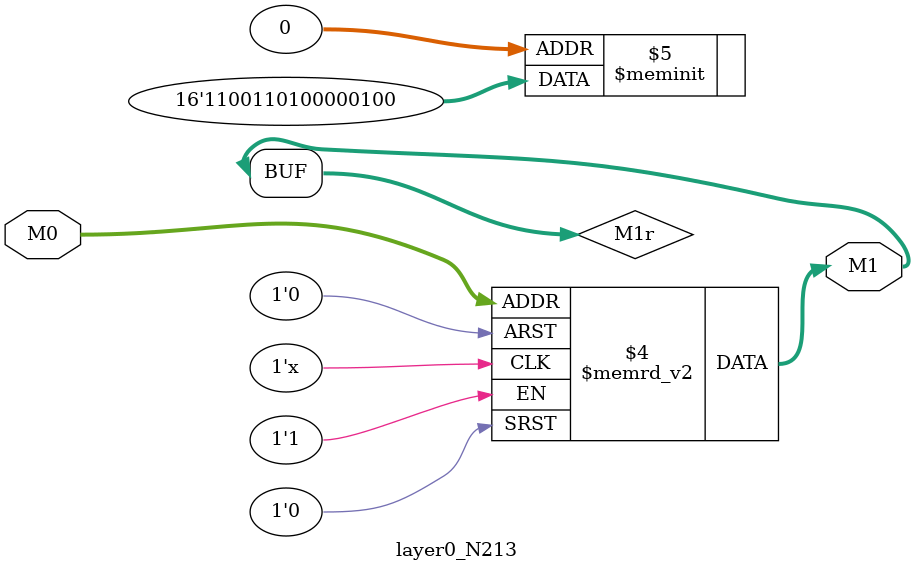
<source format=v>
module layer0_N213 ( input [2:0] M0, output [1:0] M1 );

	(*rom_style = "distributed" *) reg [1:0] M1r;
	assign M1 = M1r;
	always @ (M0) begin
		case (M0)
			3'b000: M1r = 2'b00;
			3'b100: M1r = 2'b01;
			3'b010: M1r = 2'b00;
			3'b110: M1r = 2'b00;
			3'b001: M1r = 2'b01;
			3'b101: M1r = 2'b11;
			3'b011: M1r = 2'b00;
			3'b111: M1r = 2'b11;

		endcase
	end
endmodule

</source>
